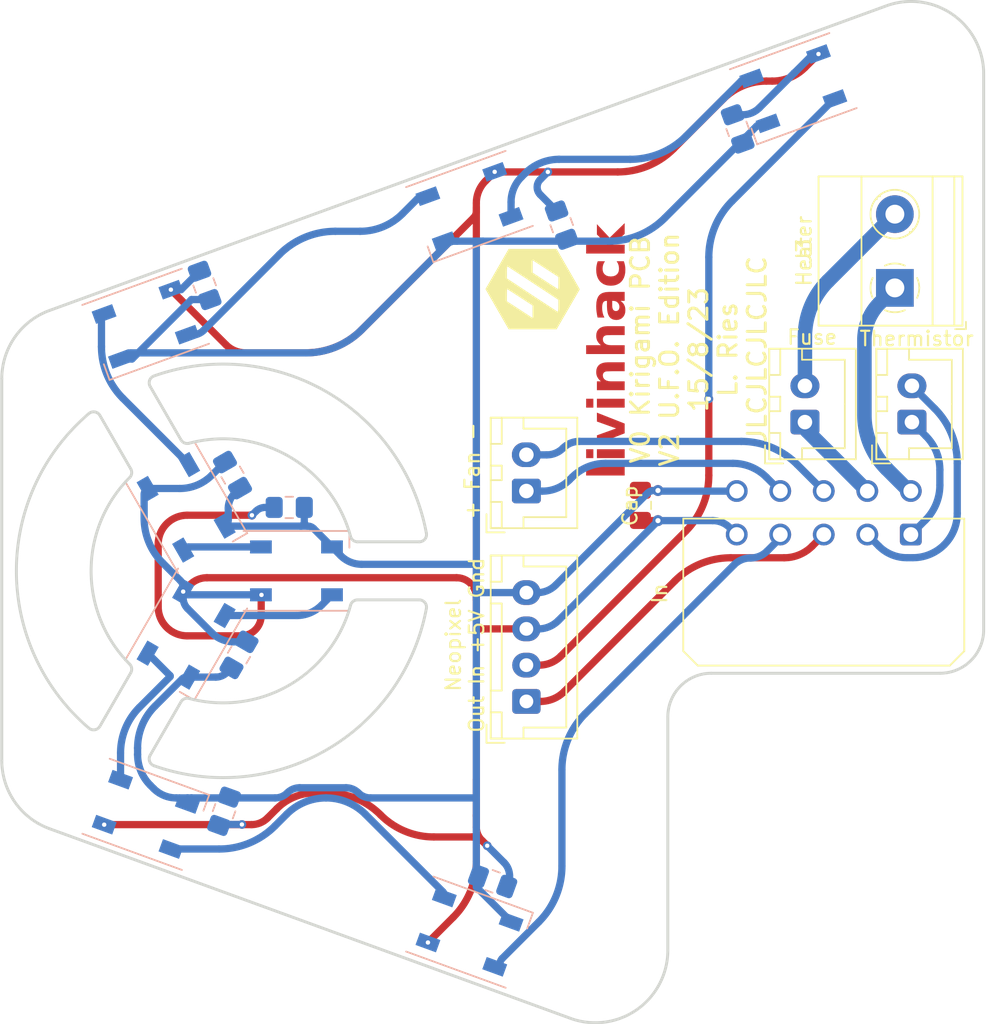
<source format=kicad_pcb>
(kicad_pcb (version 20221018) (generator pcbnew)
  (layers (0 "F.Cu" signal) (31 "B.Cu" signal) (34 "B.Paste" user) (35 "F.Paste" user) (36 "B.SilkS" user "B.Silkscreen") (37 "F.SilkS" user "F.Silkscreen") (38 "B.Mask" user) (39 "F.Mask" user) (44 "Edge.Cuts" user))
  (net 0 "")
  (net 1 "/Thermistor-Pad1")
  (net 2 "/Heater-Pad1")
  (net 3 "/Fuse")
  (net 4 "/Fan-")
  (net 5 "/Fan+")
  (net 6 "/NeopixelGND")
  (net 7 "/DataIn")
  (net 8 "/DataOut")
  (net 9 "/Neopixel5v")
  (net 10 "/Thermistor-Pad2")
  (net 11 "/Heater-Pad2")
  (net 12 "Dout>Din")
  (footprint "MountingHole:MountingHole_3.2mm_M3" (layer "F.Cu") (at 168.69 52.6)
    (fp_text reference "H7" hide)
    (fp_text value "MountingHole_3.2mm_M3" hide)
    (pad "" np_thru_hole circle (at 0 0) (size 3.2 3.2) (drill 3.2) (layers "*.Cu" "*.Mask"))
  )
  (footprint "MountingHole:MountingHole_3.2mm_M3" (layer "F.Cu") (at 227.88 30.31)
    (fp_text reference "H4" hide)
    (fp_text value "MountingHole_3.2mm_M3" hide)
    (pad "" np_thru_hole circle (at 0 0) (size 3.2 3.2) (drill 3.2) (layers "*.Cu" "*.Mask"))
  )
  (footprint "Connector_JST:JST_XH_B2B-XH-A_1x02_P2.50mm_Vertical" (layer "F.Cu") (at 201.5 59 90)
    (fp_text reference "J5" hide)
    (fp_text value "Fan" hide)
    (pad "1" thru_hole roundrect (at 0 0 90) (size 1.7 2) (drill 1) (layers "*.Cu" "*.Mask") (roundrect_rratio 0.147059) (net 5 "/Fan+"))
    (pad "2" thru_hole oval (at 2.5 0 90) (size 1.7 2) (drill 1) (layers "*.Cu" "*.Mask") (net 4 "/Fan-"))
  )
  (footprint "Connector_JST:JST_XH_B2B-XH-A_1x02_P2.50mm_Vertical" (layer "F.Cu") (at 220.7 54.25 90)
    (fp_text reference "J4" hide)
    (fp_text value "Fuse" hide)
    (pad "1" thru_hole roundrect (at 0 0 90) (size 1.7 2) (drill 1) (layers "*.Cu" "*.Mask") (roundrect_rratio 0.147059) (net 3 "/Fuse"))
    (pad "2" thru_hole oval (at 2.5 0 90) (size 1.7 2) (drill 1) (layers "*.Cu" "*.Mask") (net 11 "/Heater-Pad2"))
  )
  (footprint "Connector_JST:JST_XH_B4B-XH-A_1x04_P2.50mm_Vertical" (layer "F.Cu") (at 201.5 73.5 90)
    (fp_text reference "J6" hide)
    (fp_text value "Neopixel" hide)
    (pad "1" thru_hole roundrect (at 0 0 90) (size 1.7 1.95) (drill 0.95) (layers "*.Cu" "*.Mask") (roundrect_rratio 0.147059) (net 8 "/DataOut"))
    (pad "2" thru_hole oval (at 2.5 0 90) (size 1.7 1.95) (drill 0.95) (layers "*.Cu" "*.Mask") (net 12 "Dout>Din"))
    (pad "3" thru_hole oval (at 5 0 90) (size 1.7 1.95) (drill 0.95) (layers "*.Cu" "*.Mask") (net 9 "/Neopixel5v"))
    (pad "4" thru_hole oval (at 7.5 0 90) (size 1.7 1.95) (drill 0.95) (layers "*.Cu" "*.Mask") (net 6 "/NeopixelGND"))
  )
  (footprint "Connector_JST:JST_XH_B2B-XH-A_1x02_P2.50mm_Vertical" (layer "F.Cu") (at 228.075 54.25 90)
    (fp_text reference "J2" hide)
    (fp_text value "Thermistor" hide)
    (pad "1" thru_hole roundrect (at 0 0 90) (size 1.7 2) (drill 1) (layers "*.Cu" "*.Mask") (roundrect_rratio 0.147059) (net 1 "/Thermistor-Pad1"))
    (pad "2" thru_hole oval (at 2.5 0 90) (size 1.7 2) (drill 1) (layers "*.Cu" "*.Mask") (net 10 "/Thermistor-Pad2"))
  )
  (footprint "MountingHole:MountingHole_3.2mm_M3" (layer "F.Cu") (at 187.72 83.9)
    (fp_text reference "H1" hide)
    (fp_text value "MountingHole_3.2mm_M3" hide)
    (pad "" np_thru_hole circle (at 0 0) (size 3.2 3.2) (drill 3.2) (layers "*.Cu" "*.Mask"))
  )
  (footprint "MountingHole:MountingHole_3.2mm_M3" (layer "F.Cu") (at 192.49 76.4)
    (fp_text reference "H6" hide)
    (fp_text value "MountingHole_3.2mm_M3" hide)
    (pad "" np_thru_hole circle (at 0 0) (size 3.2 3.2) (drill 3.2) (layers "*.Cu" "*.Mask"))
  )
  (footprint "KiriPCB:METZ CONNECT USA Inc. - TERM BLK 2P SIDE ENT 5.08MM PCB" (layer "F.Cu") (at 226.9 45 90)
    (fp_text reference "J3" (at 2.54 -6.26 90) (layer "F.SilkS"))
    (fp_text value "Heater")
    (pad "1" thru_hole rect (at 0 0 90) (size 2.6 2.6) (drill 1.3) (layers "*.Cu" "*.Mask") (net 2 "/Heater-Pad1"))
    (pad "2" thru_hole circle (at 5.08 0 90) (size 2.6 2.6) (drill 1.3) (layers "*.Cu" "*.Mask") (net 11 "/Heater-Pad2"))
  )
  (footprint "Capacitor_SMD:C_0805_2012Metric_Pad1.18x1.45mm_HandSolder" (layer "F.Cu") (at 209.36 59.99 -90)
    (fp_text reference "C9" hide)
    (fp_text value "Cap" hide)
    (pad "1" smd roundrect (at -1.0375 0 270) (size 1.175 1.45) (layers "F.Cu" "F.Paste" "F.Mask") (roundrect_rratio 0.212766) (net 6 "/NeopixelGND"))
    (pad "2" smd roundrect (at 1.0375 0 270) (size 1.175 1.45) (layers "F.Cu" "F.Paste" "F.Mask") (roundrect_rratio 0.212766) (net 9 "/Neopixel5v"))
  )
  (footprint "MountingHole:MountingHole_3.2mm_M3" (layer "F.Cu") (at 187.71 44.92)
    (fp_text reference "H3" hide)
    (fp_text value "MountingHole_3.2mm_M3" hide)
    (pad "" np_thru_hole circle (at 0 0) (size 3.2 3.2) (drill 3.2) (layers "*.Cu" "*.Mask"))
  )
  (footprint "MountingHole:MountingHole_3.2mm_M3" (layer "F.Cu") (at 192.49 52.6)
    (fp_text reference "H8" hide)
    (fp_text value "MountingHole_3.2mm_M3" hide)
    (pad "" np_thru_hole circle (at 0 0) (size 3.2 3.2) (drill 3.2) (layers "*.Cu" "*.Mask"))
  )
  (footprint "MountingHole:MountingHole_3.2mm_M3" (layer "F.Cu") (at 168.69 76.4)
    (fp_text reference "H5" hide)
    (fp_text value "MountingHole_3.2mm_M3" hide)
    (pad "" np_thru_hole circle (at 0 0) (size 3.2 3.2) (drill 3.2) (layers "*.Cu" "*.Mask"))
  )
  (footprint "MountingHole:MountingHole_3.2mm_M3" (layer "F.Cu") (at 206.25 90.64)
    (fp_text reference "H2" hide)
    (fp_text value "MountingHole_3.2mm_M3" hide)
    (pad "" np_thru_hole circle (at 0 0) (size 3.2 3.2) (drill 3.2) (layers "*.Cu" "*.Mask"))
  )
  (footprint "KiriPCB:Molex_Micro-Fit_3.0_43045-1000_2x05_P3.00mm_Horizontal" (layer "F.Cu") (at 228 62 180)
    (fp_text reference "J1" hide)
    (fp_text value "In" hide)
    (pad "" np_thru_hole circle (at 2.16 -4.32 180) (size 3 3) (drill 3) (layers "*.Cu" "*.Mask"))
    (pad "" np_thru_hole circle (at 9.86 -4.32 180) (size 3 3) (drill 3) (layers "*.Cu" "*.Mask"))
    (pad "1" thru_hole roundrect (at 0 0 180) (size 1.5 1.5) (drill 1.02) (layers "*.Cu" "*.Mask") (roundrect_rratio 0.166667) (net 1 "/Thermistor-Pad1"))
    (pad "2" thru_hole circle (at 3 0 180) (size 1.5 1.5) (drill 1.02) (layers "*.Cu" "*.Mask") (net 10 "/Thermistor-Pad2"))
    (pad "3" thru_hole circle (at 6 0 180) (size 1.5 1.5) (drill 1.02) (layers "*.Cu" "*.Mask") (net 8 "/DataOut"))
    (pad "4" thru_hole circle (at 9 0 180) (size 1.5 1.5) (drill 1.02) (layers "*.Cu" "*.Mask") (net 7 "/DataIn"))
    (pad "5" thru_hole circle (at 12 0 180) (size 1.5 1.5) (drill 1.02) (layers "*.Cu" "*.Mask") (net 9 "/Neopixel5v"))
    (pad "6" thru_hole circle (at 0 3 180) (size 1.5 1.5) (drill 1.02) (layers "*.Cu" "*.Mask") (net 2 "/Heater-Pad1"))
    (pad "7" thru_hole circle (at 3 3 180) (size 1.5 1.5) (drill 1.02) (layers "*.Cu" "*.Mask") (net 3 "/Fuse"))
    (pad "8" thru_hole circle (at 6 3 180) (size 1.5 1.5) (drill 1.02) (layers "*.Cu" "*.Mask") (net 4 "/Fan-"))
    (pad "9" thru_hole circle (at 9 3 180) (size 1.5 1.5) (drill 1.02) (layers "*.Cu" "*.Mask") (net 5 "/Fan+"))
    (pad "10" thru_hole circle (at 12 3 180) (size 1.5 1.5) (drill 1.02) (layers "*.Cu" "*.Mask") (net 6 "/NeopixelGND"))
  )
  (footprint "TRA_KiCad_Footprints:VoronLogo_6pt5mm_silkScreen" (layer "F.Cu") (at 201.93 45.085 90)
    (fp_text reference "G***" hide)
    (fp_text value "LOGO" hide)
  )
  (footprint "Capacitor_SMD:C_0805_2012Metric_Pad1.18x1.45mm_HandSolder" (layer "B.Cu") (at 181.69 70.29 60)
    (fp_text reference "C3" hide)
    (fp_text value "Cap")
    (pad "1" smd roundrect (at -1.0375 0 60) (size 1.175 1.45) (layers "B.Cu" "B.Paste" "B.Mask") (roundrect_rratio 0.212766) (net 6 "/NeopixelGND"))
    (pad "2" smd roundrect (at 1.0375 0 60) (size 1.175 1.45) (layers "B.Cu" "B.Paste" "B.Mask") (roundrect_rratio 0.212766) (net 9 "/Neopixel5v"))
  )
  (footprint "LED_SMD:LED_WS2812B_PLCC4_5.0x5.0mm_P3.2mm" (layer "B.Cu") (at 175.256197 47.512203 -160)
    (fp_text reference "D6" hide)
    (fp_text value "WS2812B" hide)
    (pad "1" smd rect (at -2.45 1.65 200) (size 1.5 0.9) (layers "B.Cu" "B.Paste" "B.Mask") (net 9 "/Neopixel5v"))
    (pad "2" smd rect (at -2.45 -1.65 200) (size 1.5 0.9) (layers "B.Cu" "B.Paste" "B.Mask") (net 12 "Dout>Din"))
    (pad "3" smd rect (at 2.45 -1.65 200) (size 1.5 0.9) (layers "B.Cu" "B.Paste" "B.Mask") (net 6 "/NeopixelGND"))
    (pad "4" smd rect (at 2.45 1.65 200) (size 1.5 0.9) (layers "B.Cu" "B.Paste" "B.Mask") (net 12 "Dout>Din"))
  )
  (footprint "Capacitor_SMD:C_0805_2012Metric_Pad1.18x1.45mm_HandSolder" (layer "B.Cu") (at 180.66 81.07 -110)
    (fp_text reference "C2" hide)
    (fp_text value "Cap")
    (pad "1" smd roundrect (at -1.0375 0 250) (size 1.175 1.45) (layers "B.Cu" "B.Paste" "B.Mask") (roundrect_rratio 0.212766) (net 6 "/NeopixelGND"))
    (pad "2" smd roundrect (at 1.0375 0 250) (size 1.175 1.45) (layers "B.Cu" "B.Paste" "B.Mask") (roundrect_rratio 0.212766) (net 9 "/Neopixel5v"))
  )
  (footprint "LED_SMD:LED_WS2812B_PLCC4_5.0x5.0mm_P3.2mm" (layer "B.Cu") (at 219.896197 31.272203 -160)
    (fp_text reference "D8" hide)
    (fp_text value "WS2812B" hide)
    (pad "1" smd rect (at -2.45 1.65 200) (size 1.5 0.9) (layers "B.Cu" "B.Paste" "B.Mask") (net 9 "/Neopixel5v"))
    (pad "2" smd rect (at -2.45 -1.65 200) (size 1.5 0.9) (layers "B.Cu" "B.Paste" "B.Mask") (net 12 "Dout>Din"))
    (pad "3" smd rect (at 2.45 -1.65 200) (size 1.5 0.9) (layers "B.Cu" "B.Paste" "B.Mask") (net 6 "/NeopixelGND"))
    (pad "4" smd rect (at 2.45 1.65 200) (size 1.5 0.9) (layers "B.Cu" "B.Paste" "B.Mask") (net 12 "Dout>Din"))
  )
  (footprint "Capacitor_SMD:C_0805_2012Metric_Pad1.18x1.45mm_HandSolder" (layer "B.Cu") (at 179.32 44.83 110)
    (fp_text reference "C6" hide)
    (fp_text value "Cap")
    (pad "1" smd roundrect (at -1.0375 0 110) (size 1.175 1.45) (layers "B.Cu" "B.Paste" "B.Mask") (roundrect_rratio 0.212766) (net 6 "/NeopixelGND"))
    (pad "2" smd roundrect (at 1.0375 0 110) (size 1.175 1.45) (layers "B.Cu" "B.Paste" "B.Mask") (roundrect_rratio 0.212766) (net 9 "/Neopixel5v"))
  )
  (footprint "LED_SMD:LED_WS2812B_PLCC4_5.0x5.0mm_P3.2mm" (layer "B.Cu") (at 178.046058 68.878238 -120)
    (fp_text reference "D3" hide)
    (fp_text value "WS2812B" hide)
    (pad "1" smd rect (at -2.45 1.65 240) (size 1.5 0.9) (layers "B.Cu" "B.Paste" "B.Mask") (net 9 "/Neopixel5v"))
    (pad "2" smd rect (at -2.45 -1.65 240) (size 1.5 0.9) (layers "B.Cu" "B.Paste" "B.Mask") (net 12 "Dout>Din"))
    (pad "3" smd rect (at 2.45 -1.65 240) (size 1.5 0.9) (layers "B.Cu" "B.Paste" "B.Mask") (net 6 "/NeopixelGND"))
    (pad "4" smd rect (at 2.45 1.65 240) (size 1.5 0.9) (layers "B.Cu" "B.Paste" "B.Mask") (net 12 "Dout>Din"))
  )
  (footprint "Capacitor_SMD:C_0805_2012Metric_Pad1.18x1.45mm_HandSolder" (layer "B.Cu") (at 199.17 85.9 -20)
    (fp_text reference "C1" hide)
    (fp_text value "Cap")
    (pad "1" smd roundrect (at -1.0375 0 340) (size 1.175 1.45) (layers "B.Cu" "B.Paste" "B.Mask") (roundrect_rratio 0.212766) (net 6 "/NeopixelGND"))
    (pad "2" smd roundrect (at 1.0375 0 340) (size 1.175 1.45) (layers "B.Cu" "B.Paste" "B.Mask") (roundrect_rratio 0.212766) (net 9 "/Neopixel5v"))
  )
  (footprint "Capacitor_SMD:C_0805_2012Metric_Pad1.18x1.45mm_HandSolder" (layer "B.Cu") (at 216.065154 34.045069 110)
    (fp_text reference "C8" hide)
    (fp_text value "Cap")
    (pad "1" smd roundrect (at -1.0375 0 110) (size 1.175 1.45) (layers "B.Cu" "B.Paste" "B.Mask") (roundrect_rratio 0.212766) (net 6 "/NeopixelGND"))
    (pad "2" smd roundrect (at 1.0375 0 110) (size 1.175 1.45) (layers "B.Cu" "B.Paste" "B.Mask") (roundrect_rratio 0.212766) (net 9 "/Neopixel5v"))
  )
  (footprint "LED_SMD:LED_WS2812B_PLCC4_5.0x5.0mm_P3.2mm" (layer "B.Cu") (at 185.65 64.50234)
    (fp_text reference "D4" hide)
    (fp_text value "WS2812B" hide)
    (pad "1" smd rect (at -2.45 1.65) (size 1.5 0.9) (layers "B.Cu" "B.Paste" "B.Mask") (net 9 "/Neopixel5v"))
    (pad "2" smd rect (at -2.45 -1.65) (size 1.5 0.9) (layers "B.Cu" "B.Paste" "B.Mask") (net 12 "Dout>Din"))
    (pad "3" smd rect (at 2.45 -1.65) (size 1.5 0.9) (layers "B.Cu" "B.Paste" "B.Mask") (net 6 "/NeopixelGND"))
    (pad "4" smd rect (at 2.45 1.65) (size 1.5 0.9) (layers "B.Cu" "B.Paste" "B.Mask") (net 12 "Dout>Din"))
  )
  (footprint "LED_SMD:LED_WS2812B_PLCC4_5.0x5.0mm_P3.2mm" (layer "B.Cu") (at 178.046058 60.121762 -60)
    (fp_text reference "D5" hide)
    (fp_text value "WS2812B" hide)
    (pad "1" smd rect (at -2.45 1.65 300) (size 1.5 0.9) (layers "B.Cu" "B.Paste" "B.Mask") (net 9 "/Neopixel5v"))
    (pad "2" smd rect (at -2.45 -1.65 300) (size 1.5 0.9) (layers "B.Cu" "B.Paste" "B.Mask") (net 12 "Dout>Din"))
    (pad "3" smd rect (at 2.45 -1.65 300) (size 1.5 0.9) (layers "B.Cu" "B.Paste" "B.Mask") (net 6 "/NeopixelGND"))
    (pad "4" smd rect (at 2.45 1.65 300) (size 1.5 0.9) (layers "B.Cu" "B.Paste" "B.Mask") (net 12 "Dout>Din"))
  )
  (footprint "Capacitor_SMD:C_0805_2012Metric_Pad1.18x1.45mm_HandSolder" (layer "B.Cu") (at 181.24125 57.901499 120)
    (fp_text reference "C5" hide)
    (fp_text value "Cap")
    (pad "1" smd roundrect (at -1.0375 0 120) (size 1.175 1.45) (layers "B.Cu" "B.Paste" "B.Mask") (roundrect_rratio 0.212766) (net 6 "/NeopixelGND"))
    (pad "2" smd roundrect (at 1.0375 0 120) (size 1.175 1.45) (layers "B.Cu" "B.Paste" "B.Mask") (roundrect_rratio 0.212766) (net 9 "/Neopixel5v"))
  )
  (footprint "Capacitor_SMD:C_0805_2012Metric_Pad1.18x1.45mm_HandSolder" (layer "B.Cu") (at 203.935154 40.675069 110)
    (fp_text reference "C7" hide)
    (fp_text value "Cap")
    (pad "1" smd roundrect (at -1.0375 0 110) (size 1.175 1.45) (layers "B.Cu" "B.Paste" "B.Mask") (roundrect_rratio 0.212766) (net 6 "/NeopixelGND"))
    (pad "2" smd roundrect (at 1.0375 0 110) (size 1.175 1.45) (layers "B.Cu" "B.Paste" "B.Mask") (roundrect_rratio 0.212766) (net 9 "/Neopixel5v"))
  )
  (footprint "LED_SMD:LED_WS2812B_PLCC4_5.0x5.0mm_P3.2mm" (layer "B.Cu") (at 175.263803 81.282203 -20)
    (fp_text reference "D2" hide)
    (fp_text value "WS2812B" hide)
    (pad "1" smd rect (at -2.45 1.65 340) (size 1.5 0.9) (layers "B.Cu" "B.Paste" "B.Mask") (net 9 "/Neopixel5v"))
    (pad "2" smd rect (at -2.45 -1.65 340) (size 1.5 0.9) (layers "B.Cu" "B.Paste" "B.Mask") (net 12 "Dout>Din"))
    (pad "3" smd rect (at 2.45 -1.65 340) (size 1.5 0.9) (layers "B.Cu" "B.Paste" "B.Mask") (net 6 "/NeopixelGND"))
    (pad "4" smd rect (at 2.45 1.65 340) (size 1.5 0.9) (layers "B.Cu" "B.Paste" "B.Mask") (net 12 "Dout>Din"))
  )
  (footprint "Capacitor_SMD:C_0805_2012Metric_Pad1.18x1.45mm_HandSolder" (layer "B.Cu") (at 185.1525 60.13 180)
    (fp_text reference "C4" hide)
    (fp_text value "Cap")
    (pad "1" smd roundrect (at -1.0375 0 180) (size 1.175 1.45) (layers "B.Cu" "B.Paste" "B.Mask") (roundrect_rratio 0.212766) (net 6 "/NeopixelGND"))
    (pad "2" smd roundrect (at 1.0375 0 180) (size 1.175 1.45) (layers "B.Cu" "B.Paste" "B.Mask") (roundrect_rratio 0.212766) (net 9 "/Neopixel5v"))
  )
  (footprint "LED_SMD:LED_WS2812B_PLCC4_5.0x5.0mm_P3.2mm" (layer "B.Cu") (at 197.576197 39.392203 -160)
    (fp_text reference "D7" hide)
    (fp_text value "WS2812B" hide)
    (pad "1" smd rect (at -2.45 1.65 200) (size 1.5 0.9) (layers "B.Cu" "B.Paste" "B.Mask") (net 9 "/Neopixel5v"))
    (pad "2" smd rect (at -2.45 -1.65 200) (size 1.5 0.9) (layers "B.Cu" "B.Paste" "B.Mask") (net 12 "Dout>Din"))
    (pad "3" smd rect (at 2.45 -1.65 200) (size 1.5 0.9) (layers "B.Cu" "B.Paste" "B.Mask") (net 6 "/NeopixelGND"))
    (pad "4" smd rect (at 2.45 1.65 200) (size 1.5 0.9) (layers "B.Cu" "B.Paste" "B.Mask") (net 12 "Dout>Din"))
  )
  (footprint "LED_SMD:LED_WS2812B_PLCC4_5.0x5.0mm_P3.2mm" (layer "B.Cu") (at 197.580471 89.401785 -20)
    (fp_text reference "D1" hide)
    (fp_text value "WS2812B" hide)
    (pad "1" smd rect (at -2.45 1.65 340) (size 1.5 0.9) (layers "B.Cu" "B.Paste" "B.Mask") (net 9 "/Neopixel5v"))
    (pad "2" smd rect (at -2.45 -1.65 340) (size 1.5 0.9) (layers "B.Cu" "B.Paste" "B.Mask") (net 12 "Dout>Din"))
    (pad "3" smd rect (at 2.45 -1.65 340) (size 1.5 0.9) (layers "B.Cu" "B.Paste" "B.Mask") (net 6 "/NeopixelGND"))
    (pad "4" smd rect (at 2.45 1.65 340) (size 1.5 0.9) (layers "B.Cu" "B.Paste" "B.Mask") (net 7 "/DataIn"))
  )
  (gr_arc (start 172.101012 75.210523) (mid 171.752778 75.453283) (end 171.343436 75.340863) (stroke (width 0.2)) (layer "Edge.Cuts"))
  (gr_arc (start 189.379488 66.870943) (mid 185.143472 72.381983) (end 178.252763 73.294961) (stroke (width 0.2)) (layer "Edge.Cuts"))
  (gr_arc (start 211.25 90.643704) (mid 209.117882 94.739463) (end 204.539899 95.342167) (stroke (width 0.2)) (layer "Edge.Cuts"))
  (gr_arc (start 189.379488 66.870943) (mid 189.558183 66.604222) (end 189.862236 66.501151) (stroke (width 0.2)) (layer "Edge.Cuts"))
  (gr_arc (start 178.252763 55.707342) (mid 185.143471 56.620321) (end 189.379488 62.13136) (stroke (width 0.2)) (layer "Edge.Cuts"))
  (gr_line (start 175.565113 77.210523) (end 177.69114 73.528137) (stroke (width 0.2)) (layer "Edge.Cuts"))
  (gr_arc (start 174.148163 70.925169) (mid 171.493471 64.501151) (end 174.148163 58.077134) (stroke (width 0.2)) (layer "Edge.Cuts"))
  (gr_arc (start 194.605954 67.09206) (mid 187.718471 76.842013) (end 175.831023 77.931773) (stroke (width 0.2)) (layer "Edge.Cuts"))
  (gr_line (start 204.539899 95.342167) (end 168.628944 82.271648) (stroke (width 0.2)) (layer "Edge.Cuts"))
  (gr_arc (start 177.69114 73.528137) (mid 177.932429 73.316356) (end 178.252763 73.294961) (stroke (width 0.2)) (layer "Edge.Cuts"))
  (gr_line (start 165.339045 77.573185) (end 165.339045 51.255714) (stroke (width 0.2)) (layer "Edge.Cuts"))
  (gr_line (start 230.023094 71.556634) (end 214.25 71.556634) (stroke (width 0.2)) (layer "Edge.Cuts"))
  (gr_line (start 194.114288 62.501151) (end 189.862236 62.501151) (stroke (width 0.2)) (layer "Edge.Cuts"))
  (gr_line (start 172.101012 53.79178) (end 174.227038 57.474166) (stroke (width 0.2)) (layer "Edge.Cuts"))
  (gr_line (start 211.25 74.556634) (end 211.25 90.643704) (stroke (width 0.2)) (layer "Edge.Cuts"))
  (gr_arc (start 211.25 74.556634) (mid 212.12868 72.435314) (end 214.25 71.556634) (stroke (width 0.2)) (layer "Edge.Cuts"))
  (gr_arc (start 168.628944 82.271648) (mid 166.243285 80.441067) (end 165.339045 77.573185) (stroke (width 0.2)) (layer "Edge.Cuts"))
  (gr_line (start 177.69114 55.474166) (end 175.565113 51.79178) (stroke (width 0.2)) (layer "Edge.Cuts"))
  (gr_arc (start 165.339045 51.255714) (mid 166.243285 48.387832) (end 168.628944 46.557251) (stroke (width 0.2)) (layer "Edge.Cuts"))
  (gr_line (start 233.023072 30.260446) (end 233.023072 68.545106) (stroke (width 0.2)) (layer "Edge.Cuts"))
  (gr_arc (start 171.343436 53.661439) (mid 171.752778 53.54902) (end 172.101012 53.79178) (stroke (width 0.2)) (layer "Edge.Cuts"))
  (gr_line (start 174.227038 71.528137) (end 172.101012 75.210523) (stroke (width 0.2)) (layer "Edge.Cuts"))
  (gr_arc (start 194.605954 61.910242) (mid 194.498641 62.320952) (end 194.114288 62.501151) (stroke (width 0.2)) (layer "Edge.Cuts"))
  (gr_arc (start 175.831023 77.931773) (mid 175.528994 77.633482) (end 175.565113 77.210523) (stroke (width 0.2)) (layer "Edge.Cuts"))
  (gr_arc (start 174.148163 70.925169) (mid 174.289801 71.213284) (end 174.227038 71.528137) (stroke (width 0.2)) (layer "Edge.Cuts"))
  (gr_line (start 168.628944 46.557251) (end 226.312971 25.561983) (stroke (width 0.2)) (layer "Edge.Cuts"))
  (gr_arc (start 226.312971 25.561983) (mid 230.890954 26.164686) (end 233.023072 30.260446) (stroke (width 0.2)) (layer "Edge.Cuts"))
  (gr_line (start 189.862236 66.501151) (end 194.114288 66.501151) (stroke (width 0.2)) (layer "Edge.Cuts"))
  (gr_arc (start 175.831023 51.07053) (mid 187.718471 52.160289) (end 194.605954 61.910242) (stroke (width 0.2)) (layer "Edge.Cuts"))
  (gr_arc (start 175.565113 51.79178) (mid 175.528994 51.368821) (end 175.831023 51.07053) (stroke (width 0.2)) (layer "Edge.Cuts"))
  (gr_arc (start 171.343436 75.340863) (mid 166.343471 64.501151) (end 171.343436 53.661439) (stroke (width 0.2)) (layer "Edge.Cuts"))
  (gr_arc (start 233.023072 68.545106) (mid 232.148486 70.673875) (end 230.023094 71.556634) (stroke (width 0.2)) (layer "Edge.Cuts"))
  (gr_arc (start 178.252763 55.707342) (mid 177.932429 55.685947) (end 177.69114 55.474166) (stroke (width 0.2)) (layer "Edge.Cuts"))
  (gr_arc (start 194.114288 66.501151) (mid 194.498641 66.68135) (end 194.605954 67.09206) (stroke (width 0.2)) (layer "Edge.Cuts"))
  (gr_arc (start 189.862236 62.501151) (mid 189.558183 62.39808) (end 189.379488 62.13136) (stroke (width 0.2)) (layer "Edge.Cuts"))
  (gr_arc (start 174.227038 57.474166) (mid 174.289801 57.789019) (end 174.148163 58.077134) (stroke (width 0.2)) (layer "Edge.Cuts"))
  (gr_text "livinhack" (at 208.7 58.225 90) (layer "F.Cu") (effects (font (size 2.5 2.5) (thickness 0.3) bold) (justify left bottom)))
  (gr_text "V0 Kirigami PCB\nV2 U.F.O. Edition\n15/8/23\nL. Ries\nJLCJLCJLCJLC" (at 213.375 49.25 90) (layer "F.SilkS") (effects (font (size 1.25 1.25) (thickness 0.2))))
  (gr_text "Heater" (at 220.64 42.46 90) (layer "F.SilkS") (effects (font (size 1 1))))
  (gr_text "+ Fan -" (at 197.77 57.61 90) (layer "F.SilkS") (effects (font (size 1 1))))
  (gr_text "Cap" (at 208.64 60.02 90) (layer "F.SilkS") (effects (font (size 1 1))))
  (gr_text "Thermistor" (at 228.4 48.5) (layer "F.SilkS") (effects (font (size 1 1))))
  (gr_text "Fuse" (at 221.2 48.4) (layer "F.SilkS") (effects (font (size 1 1))))
  (gr_text "In\n" (at 210.69 66.06 90) (layer "F.SilkS") (effects (font (size 1 1))))
  (gr_text "Neopixel\nOut In +5V Gnd" (at 197.27 69.62 90) (layer "F.SilkS") (effects (font (size 1 1))))
  (segment (start 230.0011 58.594386) (end 230.0011 57.538058) (width 0.5) (layer "B.Cu") (net 1))
  (segment (start 229.0011 61.0086) (end 228.0011 62.0086) (width 0.5) (layer "B.Cu") (net 1))
  (segment (start 229.03805 55.21305) (end 228.075 54.25) (width 0.5) (layer "B.Cu") (net 1))
  (arc (start 229.03805 55.21305) (mid 229.750811 56.279772) (end 230.0011 57.538058) (width 0.5) (layer "B.Cu") (net 1))
  (arc (start 230.0011 58.594386) (mid 229.741208 59.900949) (end 229.0011 61.0086) (width 0.5) (layer "B.Cu") (net 1))
  (segment (start 226.338178 57.470422) (end 227.876356 59.0086) (width 1) (layer "B.Cu") (net 2))
  (segment (start 225.85 46.05) (end 226.9 45) (width 1) (layer "B.Cu") (net 2))
  (segment (start 224.8 48.584924) (end 224.8 53.756931) (width 1) (layer "B.Cu") (net 2))
  (arc (start 225.85 46.05) (mid 225.072886 47.213033) (end 224.8 48.584924) (width 1) (layer "B.Cu") (net 2))
  (arc (start 224.8 53.756931) (mid 225.199759 55.766658) (end 226.338178 57.470422) (width 1) (layer "B.Cu") (net 2))
  (segment (start 220.862634 54.872634) (end 224.9986 59.0086) (width 1) (layer "B.Cu") (net 3))
  (arc (start 220.7 54.48) (mid 220.742267 54.692492) (end 220.862634 54.872634) (width 1) (layer "B.Cu") (net 3))
  (segment (start 205.146619 55.58) (end 216.318536 55.58) (width 0.5) (layer "B.Cu") (net 4))
  (segment (start 220.166292 57.173792) (end 222.0011 59.0086) (width 0.5) (layer "B.Cu") (net 4))
  (segment (start 202.90478 56.5086) (end 201.5061 56.5086) (width 0.5) (layer "B.Cu") (net 4))
  (arc (start 205.146619 55.58) (mid 204.539982 55.700667) (end 204.0257 56.0443) (width 0.5) (layer "B.Cu") (net 4))
  (arc (start 204.0257 56.0443) (mid 203.511417 56.387932) (end 202.90478 56.5086) (width 0.5) (layer "B.Cu") (net 4))
  (arc (start 220.166292 57.173792) (mid 218.400926 55.994213) (end 216.318536 55.58) (width 0.5) (layer "B.Cu") (net 4))
  (segment (start 204.650099 58.049899) (end 204.46402 58.235979) (width 0.5) (layer "B.Cu") (net 5))
  (segment (start 218.044656 58.047644) (end 219.0011 59.004088) (width 0.5) (layer "B.Cu") (net 5))
  (segment (start 206.964606 57.0912) (end 215.735595 57.0912) (width 0.5) (layer "B.Cu") (net 5))
  (segment (start 202.59875 59.0086) (end 201.5061 59.0086) (width 0.5) (layer "B.Cu") (net 5))
  (arc (start 206.964606 57.0912) (mid 205.712004 57.340357) (end 204.650099 58.049899) (width 0.5) (layer "B.Cu") (net 5))
  (arc (start 204.46402 58.235979) (mid 203.608226 58.807802) (end 202.59875 59.0086) (width 0.5) (layer "B.Cu") (net 5))
  (arc (start 218.044656 58.047644) (mid 216.985249 57.339771) (end 215.735595 57.0912) (width 0.5) (layer "B.Cu") (net 5))
  (segment (start 210.57 58.965) (end 209.3725 58.965) (width 0.5) (layer "F.Cu") (net 6))
  (via (at 210.57 58.965) (size 0.7564) (drill 0.35) (layers "F.Cu" "B.Cu") (net 6))
  (segment (start 202.24875 66.0036) (end 201.5011 66.0036) (width 0.5) (layer "B.Cu") (net 6))
  (segment (start 196.714677 41.780645) (end 198.525 41.780645) (width 0.5) (layer "B.Cu") (net 6))
  (segment (start 211.038147 40.186852) (end 217.354369 33.87063) (width 0.5) (layer "B.Cu") (net 6))
  (segment (start 196.714677 41.780645) (end 196.249355 41.780645) (width 0.5) (layer "B.Cu") (net 6))
  (segment (start 180.876776 61.418524) (end 185.951908 61.418524) (width 0.5) (layer "B.Cu") (net 6))
  (segment (start 173.518283 49.900645) (end 174.316417 49.900645) (width 0.5) (layer "B.Cu") (net 6))
  (segment (start 174.7 77.162563) (end 174.7 76.7125) (width 0.5) (layer "B.Cu") (net 6))
  (segment (start 189.069975 79.45) (end 185.869974 79.45) (width 0.5) (layer "B.Cu") (net 6))
  (segment (start 186.428092 61.418524) (end 185.951908 61.418524) (width 0.5) (layer "B.Cu") (net 6))
  (segment (start 184.180025 80.15) (end 178.412521 80.15) (width 0.5) (layer "B.Cu") (net 6))
  (segment (start 175.575 79.275) (end 175.804765 79.504765) (width 0.5) (layer "B.Cu") (net 6))
  (segment (start 198.05 66.256066) (end 198.05 66.043933) (width 0.5) (layer "B.Cu") (net 6))
  (segment (start 198.05 41.866) (end 198.05 66.043933) (width 0.5) (layer "B.Cu") (net 6))
  (segment (start 198.035355 41.780645) (end 198.525 41.780645) (width 0.5) (layer "B.Cu") (net 6))
  (segment (start 188.1 62.85234) (end 188.69883 63.45117) (width 0.5) (layer "B.Cu") (net 6))
  (segment (start 190.144533 64.05) (end 198.025 64.05) (width 0.5) (layer "B.Cu") (net 6))
  (segment (start 177.776256 71.948743) (end 175.893242 73.831757) (width 0.5) (layer "B.Cu") (net 6))
  (segment (start 180.95 60.991747) (end 180.95 60.182756) (width 0.5) (layer "B.Cu") (net 6))
  (segment (start 178.412131 45.804931) (end 179.674846 45.804931) (width 0.5) (layer "B.Cu") (net 6))
  (segment (start 186.83454 61.58688) (end 188.1 62.85234) (width 0.5) (layer "B.Cu") (net 6))
  (segment (start 198.306066 66) (end 201.5 66) (width 0.5) (layer "B.Cu") (net 6))
  (segment (start 198.05 86.292192) (end 200.447051 88.689242) (width 0.5) (layer "B.Cu") (net 6))
  (segment (start 181.355 59.205) (end 181.76 58.8) (width 0.5) (layer "B.Cu") (net 6))
  (segment (start 190.759924 80.15) (end 198.05 80.15) (width 0.5) (layer "B.Cu") (net 6))
  (segment (start 198.05 86.292192) (end 198.05 66.256066) (width 0.5) (layer "B.Cu") (net 6))
  (segment (start 209.845848 59.154151) (end 203.525068 65.474931) (width 0.5) (layer "B.Cu") (net 6))
  (segment (start 210.57 58.965) (end 210.3025 58.965) (width 0.5) (layer "B.Cu") (net 6))
  (segment (start 198.525 41.780645) (end 207.190391 41.780645) (width 0.5) (layer "B.Cu") (net 6))
  (segment (start 174.236368 49.48) (end 186.296036 49.48) (width 0.5) (layer "B.Cu") (net 6))
  (segment (start 178.137478 80.15) (end 177.3625 80.15) (width 0.5) (layer "B.Cu") (net 6))
  (segment (start 178.275 80.287521) (end 178.275 80.425043) (width 0.5) (layer "B.Cu") (net 6))
  (segment (start 180.853 71.50675) (end 181.17125 71.188501) (width 0.5) (layer "B.Cu") (net 6))
  (segment (start 196.714677 41.780645) (end 195.838283 41.780645) (width 0.5) (layer "B.Cu") (net 6))
  (segment (start 180.084678 71.825) (end 178.425 71.825) (width 0.5) (layer "B.Cu") (net 6))
  (segment (start 174.316417 49.900645) (end 178.412131 45.804931) (width 0.5) (layer "B.Cu") (net 6))
  (segment (start 196.249355 41.780645) (end 190.143792 47.886207) (width 0.5) (layer "B.Cu") (net 6))
  (segment (start 210.644429 59.0086) (end 216.0011 59.0086) (width 0.5) (layer "B.Cu") (net 6))
  (segment (start 178.137478 80.15) (end 178.412521 80.15) (width 0.5) (layer "B.Cu") (net 6))
  (segment (start 186.19 61.180432) (end 186.19 60.13) (width 0.5) (layer "B.Cu") (net 6))
  (segment (start 210.57 58.965) (end 210.5918 58.9868) (width 0.5) (layer "B.Cu") (net 6))
  (arc (start 174.7 77.162563) (mid 174.927405 78.305805) (end 175.575 79.275) (width 0.5) (layer "B.Cu") (net 6))
  (arc (start 203.525068 65.474931) (mid 202.939488 65.866203) (end 202.24875 66.0036) (width 0.5) (layer "B.Cu") (net 6))
  (arc (start 178.275 80.287521) (mid 178.23472 80.190278) (end 178.137478 80.15) (width 0.5) (layer "B.Cu") (net 6))
  (arc (start 178.412521 80.15) (mid 178.315278 80.190278) (end 178.275 80.287521) (width 0.5) (layer "B.Cu") (net 6))
  (arc (start 185.951908 61.418524) (mid 186.120264 61.348788) (end 186.19 61.180432) (width 0.5) (layer "B.Cu") (net 6))
  (arc (start 186.83454 61.58688) (mid 186.64806 61.462278) (end 186.428092 61.418524) (width 0.5) (layer "B.Cu") (net 6))
  (arc (start 186.19 61.180432) (mid 186.259735 61.348788) (end 186.428092 61.418524) (width 0.5) (layer "B.Cu") (net 6))
  (arc (start 189.91495 79.8) (mid 189.527272 79.540962) (end 189.069975 79.45) (width 0.5) (layer "B.Cu") (net 6))
  (arc (start 175.804765 79.504765) (mid 176.519459 79.982308) (end 177.3625 80.15) (width 0.5) (layer "B.Cu") (net 6))
  (arc (start 210.5918 58.9868) (mid 210.615946 59.002934) (end 210.644429 59.0086) (width 0.5) (layer "B.Cu") (net 6))
  (arc (start 181.355 59.205) (mid 181.055256 59.653598) (end 180.95 60.182756) (width 0.5) (layer "B.Cu") (net 6))
  (arc (start 190.143792 47.886207) (mid 188.378426 49.065786) (end 186.296036 49.48) (width 0.5) (layer "B.Cu") (net 6))
  (arc (start 198.025 41.805645) (mid 198.043502 41.833336) (end 198.05 41.866) (width 0.5) (layer "B.Cu") (net 6))
  (arc (start 185.869974 79.45) (mid 185.412677 79.540962) (end 185.025 79.8) (width 0.5) (layer "B.Cu") (net 6))
  (arc (start 185.025 79.8) (mid 184.637322 80.059037) (end 184.180025 80.15) (width 0.5) (layer "B.Cu") (net 6))
  (arc (start 189.91495 79.8) (mid 190.302627 80.059037) (end 190.759924 80.15) (width 0.5) (layer "B.Cu") (net 6))
  (arc (start 198.05 66.043933) (mid 198.077121 66.084523) (end 198.125 66.075) (width 0.5) (layer "B.Cu") (net 6))
  (arc (start 198.306066 66) (mid 198.208073 66.019491) (end 198.125 66.075) (width 0.5) (layer "B.Cu") (net 6))
  (arc (start 175.893242 73.831757) (mid 175.010113 75.153453) (end 174.7 76.7125) (width 0.5) (layer "B.Cu") (net 6))
  (arc (start 210.3025 58.965) (mid 210.055361 59.014158) (end 209.845848 59.154151) (width 0.5) (layer "B.Cu") (net 6))
  (arc (start 198.035355 41.780645) (mid 198.021825 41.789685) (end 198.025 41.805645) (width 0.5) (layer "B.Cu") (net 6))
  (arc (start 174.236368 49.48) (mid 173.961568 49.53466) (end 173.728605 49.690322) (width 0.5) (layer "B.Cu") (net 6))
  (arc (start 198.125 66.075) (mid 198.069491 66.158073) (end 198.05 66.256066) (width 0.5) (layer "B.Cu") (net 6))
  (arc (start 180.95 60.991747) (mid 180.917513 61.155067) (end 180.825 61.293524) (width 0.5) (layer "B.Cu") (net 6))
  (arc (start 217.861319 33.660645) (mid 217.586959 33.715218) (end 217.354369 33.87063) (width 0.5) (layer "B.Cu") (net 6))
  (arc (start 180.853 71.50675) (mid 180.500491 71.742289) (end 180.084678 71.825) (width 0.5) (layer "B.Cu") (net 6))
  (arc (start 188.69883 63.45117) (mid 189.362124 63.894369) (end 190.144533 64.05) (width 0.5) (layer "B.Cu") (net 6))
  (arc (start 211.038147 40.186852) (mid 209.272781 41.366431) (end 207.190391 41.780645) (width 0.5) (layer "B.Cu") (net 6))
  (arc (start 178.075 71.825) (mid 177.913321 71.857159) (end 177.776256 71.948743) (width 0.5) (layer "B.Cu") (net 6))
  (segment (start 199.684773 91.577727) (end 199.684773 91.790227) (width 0.5) (layer "B.Cu") (net 7))
  (segment (start 215.815512 64.084487) (end 205.543792 74.356207) (width 0.5) (layer "B.Cu") (net 7))
  (segment (start 218.093987 63.140712) (end 219.0011 62.2336) (width 0.5) (layer "B.Cu") (net 7))
  (segment (start 202.356207 88.693792) (end 199.835033 91.214966) (width 0.5) (layer "B.Cu") (net 7))
  (segment (start 203.95 84.846036) (end 203.95 78.203963) (width 0.5) (layer "B.Cu") (net 7))
  (arc (start 205.543792 74.356207) (mid 204.364213 76.121572) (end 203.95 78.203963) (width 0.5) (layer "B.Cu") (net 7))
  (arc (start 216.95475 63.6126) (mid 216.338198 63.735239) (end 215.815512 64.084487) (width 0.5) (layer "B.Cu") (net 7))
  (arc (start 199.835033 91.214966) (mid 199.723824 91.381402) (end 199.684773 91.577727) (width 0.5) (layer "B.Cu") (net 7))
  (arc (start 203.95 84.846036) (mid 203.535786 86.928426) (end 202.356207 88.693792) (width 0.5) (layer "B.Cu") (net 7))
  (arc (start 218.093987 63.140712) (mid 217.5713 63.48996) (end 216.95475 63.6126) (width 0.5) (layer "B.Cu") (net 7))
  (segment (start 202.465 73.5) (end 201.5 73.5) (width 0.5) (layer "F.Cu") (net 8))
  (segment (start 221.2 62.8) (end 222 62) (width 0.5) (layer "F.Cu") (net 8))
  (segment (start 204.112358 72.817641) (end 211.736207 65.193792) (width 0.5) (layer "F.Cu") (net 8))
  (segment (start 215.583963 63.6) (end 219.268629 63.6) (width 0.5) (layer "F.Cu") (net 8))
  (arc (start 221.2 62.8) (mid 220.313879 63.392086) (end 219.268629 63.6) (width 0.5) (layer "F.Cu") (net 8))
  (arc (start 215.583963 63.6) (mid 213.501572 64.014213) (end 211.736207 65.193792) (width 0.5) (layer "F.Cu") (net 8))
  (arc (start 204.112358 72.817641) (mid 203.356543 73.32266) (end 202.465 73.5) (width 0.5) (layer "F.Cu") (net 8))
  (segment (start 199.324761 37.01) (end 202.98 37.01) (width 0.5) (layer "F.Cu") (net 9))
  (segment (start 215.087457 31.972542) (end 211.643792 35.416207) (width 0.5) (layer "F.Cu") (net 9))
  (segment (start 181.89 81.98) (end 181.895 81.985) (width 0.5) (layer "F.Cu") (net 9))
  (segment (start 186.301036 49.475) (end 182.133424 49.475) (width 0.5) (layer "F.Cu") (net 9))
  (segment (start 187.780395 79.8) (end 186.938563 79.8) (width 0.5) (layer "F.Cu") (net 9))
  (segment (start 202.98 37.01) (end 207.796036 37.01) (width 0.5) (layer "F.Cu") (net 9))
  (segment (start 178.320354 65.453238) (end 177.842116 65.931476) (width 0.5) (layer "F.Cu") (net 9))
  (segment (start 196.456206 88.373792) (end 194.716301 90.113698) (width 0.5) (layer "F.Cu") (net 9))
  (segment (start 198.05 66.3375) (end 198.05 66.528428) (width 0.5) (layer "F.Cu") (net 9))
  (segment (start 198.05 84.526036) (end 198.05 81.42275) (width 0.5) (layer "F.Cu") (net 9))
  (segment (start 198.05 78.87725) (end 198.05 69.0625) (width 0.5) (layer "F.Cu") (net 9))
  (segment (start 198.05 82.165523) (end 198.05 81.321572) (width 0.5) (layer "F.Cu") (net 9))
  (segment (start 181.872928 81.99) (end 172.405324 81.99) (width 0.5) (layer "F.Cu") (net 9))
  (segment (start 182.55 81.99) (end 181.907071 81.99) (width 0.5) (layer "F.Cu") (net 9))
  (segment (start 210.57 61.04) (end 209.3725 61.04) (width 0.5) (layer "F.Cu") (net 9))
  (segment (start 178.119998 60.669024) (end 182.58 60.669024) (width 0.5) (layer "F.Cu") (net 9))
  (segment (start 198.05 39.161733) (end 198.05 66.3375) (width 0.5) (layer "F.Cu") (net 9))
  (segment (start 198.682055 37.635816) (end 199.314111 37.003761) (width 0.5) (layer "F.Cu") (net 9))
  (segment (start 198.05 66.3375) (end 198.05 69.0625) (width 0.5) (layer "F.Cu") (net 9))
  (segment (start 198.42475 83.07025) (end 198.7995 83.445) (width 0.5) (layer "F.Cu") (net 9))
  (segment (start 218.448241 30.75) (end 218.038936 30.75) (width 0.5) (layer "F.Cu") (net 9))
  (segment (start 176.994234 45.124234) (end 180.7875 48.9175) (width 0.5) (layer "F.Cu") (net 9))
  (segment (start 220.700991 29.81688) (end 221.634111 28.883761) (width 0.5) (layer "F.Cu") (net 9))
  (segment (start 183.23 66.17) (end 183.24 66.16) (width 0.5) (layer "F.Cu") (net 9))
  (segment (start 194.713891 90.114328) (end 194.714781 90.114328) (width 0.5) (layer "F.Cu") (net 9))
  (segment (start 198.05 39.71) (end 198.05 39.44) (width 0.5) (layer "F.Cu") (net 9))
  (segment (start 181.82 68.98) (end 178.119998 68.98) (width 0.5) (layer "F.Cu") (net 9))
  (segment (start 183.22 67.58) (end 183.22 66.194142) (width 0.5) (layer "F.Cu") (net 9))
  (segment (start 198.05 81.42275) (end 198.05 78.87725) (width 0.5) (layer "F.Cu") (net 9))
  (segment (start 172.397223 81.994746) (end 172.399596 81.992373) (width 0.5) (layer "F.Cu") (net 9))
  (segment (start 198.05 78.87725) (end 198.05 81.321572) (width 0.5) (layer "F.Cu") (net 9))
  (segment (start 198.05 69.0625) (end 198.05 66.528428) (width 0.5) (layer "F.Cu") (net 9))
  (segment (start 190.148792 47.881207) (end 197.859081 40.170918) (width 0.5) (layer "F.Cu") (net 9))
  (segment (start 198.497 83.1425) (end 198.7995 83.445) (width 0.5) (layer "F.Cu") (net 9))
  (segment (start 176.12 66.980001) (end 176.12 62.669022) (width 0.5) (layer "F.Cu") (net 9))
  (segment (start 199.31723 37.00688) (end 199.314111 37.003761) (width 0.5) (layer "F.Cu") (net 9))
  (segment (start 181.89 81.98) (end 181.885 81.985) (width 0.5) (layer "F.Cu") (net 9))
  (segment (start 197.7667 82.84) (end 195.119604 82.84) (width 0.5) (layer "F.Cu") (net 9))
  (segment (start 183.659619 81.53038) (end 184.295 80.895) (width 0.5) (layer "F.Cu") (net 9))
  (segment (start 198.05 68.5) (end 201.5 68.5) (width 0.5) (layer "F.Cu") (net 9))
  (segment (start 196.6875 64.975) (end 179.474922 64.975) (width 0.5) (layer "F.Cu") (net 9))
  (segment (start 176.994111 45.123936) (end 176.994111 45.123761) (width 0.5) (layer "F.Cu") (net 9))
  (via (at 181.89 81.98) (size 0.6) (drill 0.3) (layers "F.Cu" "B.Cu") (net 9))
  (via (at 172.397223 81.994746) (size 0.6) (drill 0.3) (layers "F.Cu" "B.Cu") (net 9))
  (via (at 221.634111 28.883761) (size 0.6) (drill 0.3) (layers "F.Cu" "B.Cu") (net 9))
  (via (at 210.57 61.04) (size 0.7564) (drill 0.35) (layers "F.Cu" "B.Cu") (net 9))
  (via (at 202.98 37.01) (size 0.6) (drill 0.3) (layers "F.Cu" "B.Cu") (net 9))
  (via (at 199.314111 37.003761) (size 0.6) (drill 0.3) (layers "F.Cu" "B.Cu") (net 9))
  (via (at 182.58 60.669024) (size 0.6) (drill 0.3) (layers "F.Cu" "B.Cu") (net 9))
  (via (at 177.842116 65.931476) (size 0.6) (drill 0.3) (layers "F.Cu" "B.Cu") (net 9))
  (via (at 194.713891 90.114328) (size 0.6) (drill 0.3) (layers "F.Cu" "B.Cu") (net 9))
  (via (at 183.24 66.16) (size 0.6) (drill 0.3) (layers "F.Cu" "B.Cu") (net 9))
  (via (at 176.994111 45.123761) (size 0.6) (drill 0.3) (layers "F.Cu" "B.Cu") (net 9))
  (via (at 198.7995 83.445) (size 0.6) (drill 0.3) (layers "F.Cu" "B.Cu") (net 9))
  (arc (start 198.05 84.526036) (mid 197.635786 86.608426) (end 196.456206 88.373792) (width 0.5) (layer "F.Cu") (net 9))
  (arc (start 172.405324 81.99) (mid 172.402224 81.990616) (end 172.399596 81.992373) (width 0.5) (layer "F.Cu") (net 9))
  (arc (start 198.05 81.321572) (mid 198.05 81.372161) (end 198.05 81.42275) (width 0.5) (layer "F.Cu") (net 9))
  (arc (start 198.05 66.3375) (mid 197.650932 65.374067) (end 196.6875 64.975) (width 0.5) (layer "F.Cu") (net 9))
  (arc (start 199.31723 37.00688) (mid 199.320685 37.009189) (end 199.324761 37.01) (width 0.5) (layer "F.Cu") (net 9))
  (arc (start 211.643792 35.416207) (mid 209.878426 36.595786) (end 207.796036 37.01) (width 0.5) (layer "F.Cu") (net 9))
  (arc (start 194.716301 90.113698) (mid 194.715603 90.114164) (end 194.714781 90.114328) (width 0.5) (layer "F.Cu") (net 9))
  (arc (start 176.12 66.980001) (mid 176.705785 68.394213) (end 178.119998 68.98) (width 0.5) (layer "F.Cu") (net 9))
  (arc (start 220.700991 29.81688) (mid 219.66742 30.50749) (end 218.448241 30.75) (width 0.5) (layer "F.Cu") (net 9))
  (arc (start 181.895 81.985) (mid 181.900538 81.9887) (end 181.907071 81.99) (width 0.5) (layer "F.Cu") (net 9))
  (arc (start 176.994111 45.123936) (mid 176.994142 45.124097) (end 176.994234 45.124234) (width 0.5) (layer "F.Cu") (net 9))
  (arc (start 218.038936 30.75) (mid 216.441607 31.067728) (end 215.087457 31.972542) (width 0.5) (layer "F.Cu") (net 9))
  (arc (start 186.938563 79.8) (mid 185.507877 80.084581) (end 184.295 80.895) (width 0.5) (layer "F.Cu") (net 9))
  (arc (start 198.497 83.1425) (mid 198.161935 82.918617) (end 197.7667 82.84) (width 0.5) (layer "F.Cu") (net 9))
  (arc (start 179.474922 64.975) (mid 178.850074 65.09929) (end 178.320354 65.453238) (width 0.5) (layer "F.Cu") (net 9))
  (arc (start 181.885 81.985) (mid 181.879461 81.9887) (end 181.872928 81.99) (width 0.5) (layer "F.Cu") (net 9))
  (arc (start 198.05 66.528428) (mid 198.05 66.432964) (end 198.05 66.3375) (width 0.5) (layer "F.Cu") (net 9))
  (arc (start 183.23 66.17) (mid 183.222598 66.181076) (end 183.22 66.194142) (width 0.5) (layer "F.Cu") (net 9))
  (arc (start 190.148792 47.881207) (mid 188.383426 49.060786) (end 186.301036 49.475) (width 0.5) (layer "F.Cu") (net 9))
  (arc (start 198.05 82.165523) (mid 198.147394 82.655157) (end 198.42475 83.07025) (width 0.5) (layer "F.Cu") (net 9))
  (arc (start 198.05 39.71) (mid 198.000381 39.959447) (end 197.859081 40.170918) (width 0.5) (layer "F.Cu") (net 9))
  (arc (start 191.45 81.32) (mid 193.133628 82.444964) (end 195.119604 82.84) (width 0.5) (layer "F.Cu") (net 9))
  (arc (start 178.119998 60.669024) (mid 176.705785 61.254809) (end 176.12 62.669022) (width 0.5) (layer "F.Cu") (net 9))
  (arc (start 180.7875 48.9175) (mid 181.405015 49.33011) (end 182.133424 49.475) (width 0.5) (layer "F.Cu") (net 9))
  (arc (start 183.22 67.58) (mid 182.809949 68.569949) (end 181.82 68.98) (width 0.5) (layer "F.Cu") (net 9))
  (arc (start 198.682055 37.635816) (mid 198.214265 38.335912) (end 198.05 39.161733) (width 0.5) (layer "F.Cu") (net 9))
  (arc (start 191.45 81.32) (mid 189.76637 80.195035) (end 187.780395 79.8) (width 0.5) (layer "F.Cu") (net 9))
  (arc (start 183.659619 81.53038) (mid 183.150521 81.870548) (end 182.55 81.99) (width 0.5) (layer "F.Cu") (net 9))
  (segment (start 177.612148 58.825) (end 175.563317 58.825) (width 0.5) (layer "B.Cu") (net 9))
  (segment (start 183.500171 60.13) (end 184.115 60.13) (width 0.5) (layer "B.Cu") (net 9))
  (segment (start 177.842116 66.364489) (end 177.842116 65.931476) (width 0.5) (layer "B.Cu") (net 9))
  (segment (start 202.457542 38.577372) (end 203.580308 39.700138) (width 0.5) (layer "B.Cu") (net 9))
  (segment (start 177.696462 45.123761) (end 178.965154 43.855069) (width 0.5) (layer "B.Cu") (net 9))
  (segment (start 178.148302 67.103688) (end 179.809391 68.764777) (width 0.5) (layer "B.Cu") (net 9))
  (segment (start 215.5168 61.5243) (end 216.0011 62.0086) (width 0.5) (layer "B.Cu") (net 9))
  (segment (start 203.70103 67.928969) (end 210.562928 61.067071) (width 0.5) (layer "B.Cu") (net 9))
  (segment (start 219.980159 30.177346) (end 221.273745 28.883761) (width 0.5) (layer "B.Cu") (net 9))
  (segment (start 216.395085 33.070138) (end 215.710308 33.070138) (width 0.5) (layer "B.Cu") (net 9))
  (segment (start 202.98 37.01) (end 202.457542 37.532457) (width 0.5) (layer "B.Cu") (net 9))
  (segment (start 182.58 60.669024) (end 182.849512 60.399512) (width 0.5) (layer "B.Cu") (net 9))
  (segment (start 214.347596 61.04) (end 210.57 61.04) (width 0.5) (layer "B.Cu") (net 9))
  (segment (start 210.57 61.05) (end 210.57 61.04) (width 0.5) (layer "B.Cu") (net 9))
  (segment (start 175.15 59.238317) (end 175.15 60.871058) (width 0.5) (layer "B.Cu") (net 9))
  (segment (start 176.425579 63.950579) (end 177.642584 65.167584) (width 0.5) (layer "B.Cu") (net 9))
  (segment (start 181.89 81.98) (end 180.370085 81.98) (width 0.5) (layer "B.Cu") (net 9))
  (segment (start 178.219154 66.15234) (end 183.19234 66.15234) (width 0.5) (layer "B.Cu") (net 9))
  (segment (start 200.34 85.522638) (end 200.34 86.059777) (width 0.5) (layer "B.Cu") (net 9))
  (segment (start 202.31375 68.5036) (end 201.5011 68.5036) (width 0.5) (layer "B.Cu") (net 9))
  (segment (start 179.811499 57.913999) (end 180.7225 57.002998) (width 0.5) (layer "B.Cu") (net 9))
  (segment (start 217.564072 32.585927) (end 219.967346 30.182653) (width 0.5) (layer "B.Cu") (net 9))
  (segment (start 198.7995 83.445) (end 199.960185 84.605685) (width 0.5) (layer "B.Cu") (net 9))
  (segment (start 181.322431 69.391499) (end 182.20875 69.391499) (width 0.5) (layer "B.Cu") (net 9))
  (segment (start 176.994111 45.123761) (end 177.696462 45.123761) (width 0.5) (layer "B.Cu") (net 9))
  (arc (start 183.500171 60.13) (mid 183.148036 60.200043) (end 182.849512 60.399512) (width 0.5) (layer "B.Cu") (net 9))
  (arc (start 215.5168 61.5243) (mid 214.980364 61.165865) (end 214.347596 61.04) (width 0.5) (layer "B.Cu") (net 9))
  (arc (start 175.15 60.871058) (mid 175.481512 62.537682) (end 176.425579 63.950579) (width 0.5) (layer "B.Cu") (net 9))
  (arc (start 177.842116 66.364489) (mid 177.921691 66.76454) (end 178.148302 67.103688) (width 0.5) (layer "B.Cu") (net 9))
  (arc (start 177.642584 65.167584) (mid 177.790259 65.388595) (end 177.842116 65.649296) (width 0.5) (layer "B.Cu") (net 9))
  (arc (start 179.809391 68.764777) (mid 180.503579 69.228619) (end 181.322431 69.391499) (width 0.5) (layer "B.Cu") (net 9))
  (arc (start 175.271058 58.946058) (mid 175.181461 59.080147) (end 175.15 59.238317) (width 0.5) (layer "B.Cu") (net 9))
  (arc (start 210.57 61.05) (mid 210.568162 61.059238) (end 210.562928 61.067071) (width 0.5) (layer "B.Cu") (net 9))
  (arc (start 219.973753 30.18) (mid 219.970285 30.180689) (end 219.967346 30.182653) (width 0.5) (layer "B.Cu") (net 9))
  (arc (start 202.457542 37.532457) (mid 202.241133 38.054914) (end 202.457542 38.577372) (width 0.5) (layer "B.Cu") (net 9))
  (arc (start 203.70103 67.928969) (mid 203.06454 68.354258) (end 202.31375 68.5036) (width 0.5) (layer "B.Cu") (net 9))
  (arc (start 177.952548 66.041908) (mid 178.074867 66.123639) (end 178.219154 66.15234) (width 0.5) (layer "B.Cu") (net 9))
  (arc (start 199.960185 84.605685) (mid 200.241289 85.026386) (end 200.34 85.522638) (width 0.5) (layer "B.Cu") (net 9))
  (arc (start 219.980159 30.177346) (mid 219.97722 30.17931) (end 219.973753 30.18) (width 0.5) (layer "B.Cu") (net 9))
  (arc (start 217.564072 32.585927) (mid 217.027736 32.944295) (end 216.395085 33.070138) (width 0.5) (layer "B.Cu") (net 9))
  (arc (start 179.811499 57.913999) (mid 178.802428 58.588238) (end 177.612148 58.825) (width 0.5) (layer "B.Cu") (net 9))
  (segment (start 225.7973 62.7973) (end 225 62) (width 0.5) (layer "B.Cu") (net 10))
  (segment (start 229.6375 53.3125) (end 228.075 51.75) (width 0.5) (layer "B.Cu") (net 10))
  (segment (start 231.2 57.084708) (end 231.2 60.539049) (width 0.5) (layer "B.Cu") (net 10))
  (segment (start 227.722152 63.5946) (end 228.144449 63.5946) (width 0.5) (layer "B.Cu") (net 10))
  (arc (start 225.7973 62.7973) (mid 226.680429 63.387388) (end 227.722152 63.5946) (width 0.5) (layer "B.Cu") (net 10))
  (arc (start 231.2 60.539049) (mid 230.96741 61.708357) (end 230.30505 62.69965) (width 0.5) (layer "B.Cu") (net 10))
  (arc (start 230.30505 62.69965) (mid 229.313757 63.36201) (end 228.144449 63.5946) (width 0.5) (layer "B.Cu") (net 10))
  (arc (start 229.6375 53.3125) (mid 230.793919 55.043203) (end 231.2 57.084708) (width 0.5) (layer "B.Cu") (net 10))
  (segment (start 220.7 48.373963) (end 220.7 51.75) (width 1) (layer "B.Cu") (net 11))
  (segment (start 222.293792 44.526207) (end 226.9 39.92) (width 1) (layer "B.Cu") (net 11))
  (arc (start 222.293792 44.526207) (mid 221.114213 46.291572) (end 220.7 48.373963) (width 1) (layer "B.Cu") (net 11))
  (segment (start 202.375 71) (end 201.5 71) (width 0.5) (layer "F.Cu") (net 12))
  (segment (start 214.075 57.921036) (end 214.075 52.65) (width 0.5) (layer "F.Cu") (net 12))
  (segment (start 203.868718 70.381281) (end 212.481207 61.768792) (width 0.5) (layer "F.Cu") (net 12))
  (via (at 214.075 52.65) (size 0.6) (drill 0.3) (layers "F.Cu" "B.Cu") (net 12))
  (arc (start 214.075 57.921036) (mid 213.660786 60.003426) (end 212.481207 61.768792) (width 0.5) (layer "F.Cu") (net 12))
  (arc (start 203.868718 70.381281) (mid 203.183394 70.8392) (end 202.375 71) (width 0.5) (layer "F.Cu") (net 12))
  (segment (start 201.411388 37.108611) (end 201.159614 37.360385) (width 0.5) (layer "B.Cu") (net 12))
  (segment (start 179.242811 47.932188) (end 184.481207 42.693792) (width 0.5) (layer "B.Cu") (net 12))
  (segment (start 172.21 49.057138) (end 172.21 46.979277) (width 0.5) (layer "B.Cu") (net 12))
  (segment (start 216.299676 30.750323) (end 212.503792 34.546207) (width 0.5) (layer "B.Cu") (net 12))
  (segment (start 190.038561 41.1) (end 188.328963 41.1) (width 0.5) (layer "B.Cu") (net 12))
  (segment (start 200.442777 39.090984) (end 200.442777 40.104746) (width 0.5) (layer "B.Cu") (net 12))
  (segment (start 173.525889 77.051461) (end 173.525889 78.893761) (width 0.5) (layer "B.Cu") (net 12))
  (segment (start 192.960169 39.889829) (end 193.979676 38.870323) (width 0.5) (layer "B.Cu") (net 12))
  (segment (start 174.828591 73.906457) (end 176.931556 71.803493) (width 0.5) (layer "B.Cu") (net 12))
  (segment (start 176.931556 71.71444) (end 175.392116 70.175) (width 0.5) (layer "B.Cu") (net 12))
  (segment (start 214.075 52.65) (end 214.075 42.878963) (width 0.5) (layer "B.Cu") (net 12))
  (segment (start 203.749823 36.14) (end 208.656036 36.14) (width 0.5) (layer "B.Cu") (net 12))
  (segment (start 185.660312 67.581476) (end 180.7 67.581476) (width 0.5) (layer "B.Cu") (net 12))
  (segment (start 215.668792 39.031207) (end 222.715254 31.984746) (width 0.5) (layer "B.Cu") (net 12))
  (segment (start 173.679269 52.604269) (end 178.25 57.175) (width 0.5) (layer "B.Cu") (net 12))
  (segment (start 178.211165 62.85234) (end 183.2 62.85234) (width 0.5) (layer "B.Cu") (net 12))
  (segment (start 180.325391 83.670645) (end 177.001717 83.670645) (width 0.5) (layer "B.Cu") (net 12))
  (segment (start 195.73798 86.61298) (end 190.397532 81.272532) (width 0.5) (layer "B.Cu") (net 12))
  (segment (start 187.385432 66.866908) (end 188.1 66.15234) (width 0.5) (layer "B.Cu") (net 12))
  (segment (start 184.173147 82.076851) (end 184.977467 81.272532) (width 0.5) (layer "B.Cu") (net 12))
  (arc (start 188.328963 41.1) (mid 186.246572 41.514213) (end 184.481207 42.693792) (width 0.5) (layer "B.Cu") (net 12))
  (arc (start 201.159614 37.360385) (mid 200.629076 38.15439) (end 200.442777 39.090984) (width 0.5) (layer "B.Cu") (net 12))
  (arc (start 194.439978 38.67966) (mid 194.190864 38.729211) (end 193.979676 38.870323) (width 0.5) (layer "B.Cu") (net 12))
  (arc (start 187.6875 80.15) (mid 186.22084 80.441736) (end 184.977467 81.272532) (width 0.5) (layer "B.Cu") (net 12))
  (arc (start 179.242811 47.932188) (mid 178.918759 48.148712) (end 178.536515 48.224746) (width 0.5) (layer "B.Cu") (net 12))
  (arc (start 184.173147 82.076851) (mid 182.407781 83.256431) (end 180.325391 83.670645) (width 0.5) (layer "B.Cu") (net 12))
  (arc (start 192.960169 39.889829) (mid 191.619724 40.785486) (end 190.038561 41.1) (width 0.5) (layer "B.Cu") (net 12))
  (arc (start 176.95 71.758967) (mid 176.945206 71.783064) (end 176.931556 71.803493) (width 0.5) (layer "B.Cu") (net 12))
  (arc (start 203.749823 36.14) (mid 202.484271 36.391733) (end 201.411388 37.108611) (width 0.5) (layer "B.Cu") (net 12))
  (arc (start 212.503792 34.546207) (mid 210.738426 35.725786) (end 208.656036 36.14) (width 0.5) (layer "B.Cu") (net 12))
  (arc (start 190.397532 81.272532) (mid 189.154158 80.441736) (end 187.6875 80.15) (width 0.5) (layer "B.Cu") (net 12))
  (arc (start 176.931556 71.71444) (mid 176.945206 71.734869) (end 176.95 71.758967) (width 0.5) (layer "B.Cu") (net 12))
  (arc (start 174.828591 73.906457) (mid 173.86445 75.349397) (end 173.525889 77.051461) (width 0.5) (layer "B.Cu") (net 12))
  (arc (start 215.668792 39.031207) (mid 214.489213 40.796572) (end 214.075 42.878963) (width 0.5) (layer "B.Cu") (net 12))
  (arc (start 187.385432 66.866908) (mid 186.59394 67.395765) (end 185.660312 67.581476) (width 0.5) (layer "B.Cu") (net 12))
  (arc (start 172.21 49.057138) (mid 172.59185 50.976831) (end 173.679269 52.604269) (width 0.5) (layer "B.Cu") (net 12))
  (arc (start 178.211165 62.85234) (mid 178.069936 62.880432) (end 177.950208 62.960432) (width 0.5) (layer "B.Cu") (net 12))
  (arc (start 216.759978 30.55966) (mid 216.510864 30.609211) (end 216.299676 30.750323) (width 0.5) (layer "B.Cu") (net 12))
  (arc (start 195.73798 86.61298) (mid 195.815378 86.728814) (end 195.842557 86.86545) (width 0.5) (layer "B.Cu") (net 12))
)
</source>
